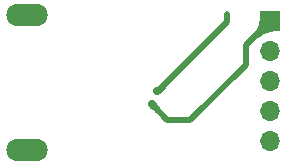
<source format=gbl>
%TF.GenerationSoftware,KiCad,Pcbnew,(5.1.9)-1*%
%TF.CreationDate,2021-02-20T19:07:58+08:00*%
%TF.ProjectId,test,74657374-2e6b-4696-9361-645f70636258,rev?*%
%TF.SameCoordinates,Original*%
%TF.FileFunction,Copper,L2,Bot*%
%TF.FilePolarity,Positive*%
%FSLAX46Y46*%
G04 Gerber Fmt 4.6, Leading zero omitted, Abs format (unit mm)*
G04 Created by KiCad (PCBNEW (5.1.9)-1) date 2021-02-20 19:07:58*
%MOMM*%
%LPD*%
G01*
G04 APERTURE LIST*
%TA.AperFunction,ComponentPad*%
%ADD10O,3.500000X1.900000*%
%TD*%
%TA.AperFunction,ComponentPad*%
%ADD11O,1.700000X1.700000*%
%TD*%
%TA.AperFunction,ComponentPad*%
%ADD12R,1.700000X1.700000*%
%TD*%
%TA.AperFunction,ViaPad*%
%ADD13C,0.700000*%
%TD*%
%TA.AperFunction,Conductor*%
%ADD14C,0.500000*%
%TD*%
%TA.AperFunction,Conductor*%
%ADD15C,0.025400*%
%TD*%
%TA.AperFunction,Conductor*%
%ADD16C,0.100000*%
%TD*%
G04 APERTURE END LIST*
D10*
%TO.P,J1,5*%
%TO.N,GND*%
X103100000Y-86300000D03*
X103100000Y-97700000D03*
%TD*%
D11*
%TO.P,J2,5*%
%TO.N,+5V*%
X123600000Y-96960000D03*
%TO.P,J2,4*%
%TO.N,/TXD*%
X123600000Y-94420000D03*
%TO.P,J2,3*%
%TO.N,/RXD*%
X123600000Y-91880000D03*
%TO.P,J2,2*%
%TO.N,GND*%
X123600000Y-89340000D03*
D12*
%TO.P,J2,1*%
%TO.N,Net-(J2-Pad1)*%
X123600000Y-86800000D03*
%TD*%
D13*
%TO.N,+5V*%
X114050000Y-92700000D03*
%TO.N,Net-(J2-Pad1)*%
X113625000Y-93800000D03*
%TD*%
D14*
%TO.N,+5V*%
X119950000Y-86900000D02*
X119950000Y-86200000D01*
X114150000Y-92700000D02*
X119950000Y-86900000D01*
X114050000Y-92700000D02*
X114150000Y-92700000D01*
%TO.N,Net-(J2-Pad1)*%
X121575000Y-88825000D02*
X122500000Y-87900000D01*
X122500000Y-87900000D02*
X123600000Y-86800000D01*
X121575000Y-90475000D02*
X121575000Y-88825000D01*
X116900000Y-95150000D02*
X121575000Y-90475000D01*
X114875000Y-95150000D02*
X116900000Y-95150000D01*
X113625000Y-93800000D02*
X114875000Y-95150000D01*
%TD*%
D15*
%TO.N,+5V*%
X114754206Y-92431214D02*
X114701684Y-92482734D01*
X114646237Y-92535294D01*
X114596210Y-92581668D01*
X114550964Y-92623455D01*
X114550863Y-92623549D01*
X114509765Y-92662342D01*
X114509526Y-92662575D01*
X114471895Y-92700012D01*
X114471524Y-92700397D01*
X114436679Y-92738114D01*
X114436215Y-92738644D01*
X114403477Y-92778279D01*
X114402987Y-92778913D01*
X114371675Y-92822103D01*
X114371220Y-92822774D01*
X114345230Y-92863915D01*
X113919502Y-92786706D01*
X114013315Y-92364207D01*
X114050923Y-92357434D01*
X114052114Y-92357160D01*
X114094208Y-92345309D01*
X114095472Y-92344880D01*
X114134812Y-92329185D01*
X114136017Y-92328630D01*
X114173678Y-92308827D01*
X114174706Y-92308223D01*
X114211764Y-92284048D01*
X114212558Y-92283485D01*
X114250088Y-92254676D01*
X114250650Y-92254219D01*
X114289727Y-92220511D01*
X114290092Y-92220184D01*
X114331791Y-92181314D01*
X114332000Y-92181114D01*
X114377397Y-92136820D01*
X114377491Y-92136727D01*
X114418682Y-92095690D01*
X114754206Y-92431214D01*
%TA.AperFunction,Conductor*%
D16*
G36*
X114754206Y-92431214D02*
G01*
X114701684Y-92482734D01*
X114646237Y-92535294D01*
X114596210Y-92581668D01*
X114550964Y-92623455D01*
X114550863Y-92623549D01*
X114509765Y-92662342D01*
X114509526Y-92662575D01*
X114471895Y-92700012D01*
X114471524Y-92700397D01*
X114436679Y-92738114D01*
X114436215Y-92738644D01*
X114403477Y-92778279D01*
X114402987Y-92778913D01*
X114371675Y-92822103D01*
X114371220Y-92822774D01*
X114345230Y-92863915D01*
X113919502Y-92786706D01*
X114013315Y-92364207D01*
X114050923Y-92357434D01*
X114052114Y-92357160D01*
X114094208Y-92345309D01*
X114095472Y-92344880D01*
X114134812Y-92329185D01*
X114136017Y-92328630D01*
X114173678Y-92308827D01*
X114174706Y-92308223D01*
X114211764Y-92284048D01*
X114212558Y-92283485D01*
X114250088Y-92254676D01*
X114250650Y-92254219D01*
X114289727Y-92220511D01*
X114290092Y-92220184D01*
X114331791Y-92181314D01*
X114332000Y-92181114D01*
X114377397Y-92136820D01*
X114377491Y-92136727D01*
X114418682Y-92095690D01*
X114754206Y-92431214D01*
G37*
%TD.AperFunction*%
%TD*%
D15*
%TO.N,Net-(J2-Pad1)*%
X123866430Y-87593545D02*
X123712113Y-87642014D01*
X123566796Y-87679184D01*
X123434875Y-87708206D01*
X123312630Y-87734816D01*
X123312163Y-87734926D01*
X123195934Y-87764864D01*
X123194988Y-87765148D01*
X123080977Y-87804183D01*
X123079724Y-87804688D01*
X122964104Y-87858599D01*
X122962811Y-87859296D01*
X122841756Y-87933858D01*
X122840637Y-87934633D01*
X122710320Y-88035624D01*
X122709456Y-88036357D01*
X122575020Y-88161223D01*
X122238777Y-87824980D01*
X122363642Y-87690543D01*
X122364375Y-87689679D01*
X122465366Y-87559362D01*
X122466141Y-87558243D01*
X122540703Y-87437188D01*
X122541400Y-87435895D01*
X122595311Y-87320275D01*
X122595816Y-87319022D01*
X122634851Y-87205011D01*
X122635135Y-87204065D01*
X122665073Y-87087836D01*
X122665183Y-87087369D01*
X122691793Y-86965124D01*
X122720815Y-86833203D01*
X122757985Y-86687886D01*
X122806455Y-86533570D01*
X123887564Y-86512436D01*
X123866430Y-87593545D01*
%TA.AperFunction,Conductor*%
D16*
G36*
X123866430Y-87593545D02*
G01*
X123712113Y-87642014D01*
X123566796Y-87679184D01*
X123434875Y-87708206D01*
X123312630Y-87734816D01*
X123312163Y-87734926D01*
X123195934Y-87764864D01*
X123194988Y-87765148D01*
X123080977Y-87804183D01*
X123079724Y-87804688D01*
X122964104Y-87858599D01*
X122962811Y-87859296D01*
X122841756Y-87933858D01*
X122840637Y-87934633D01*
X122710320Y-88035624D01*
X122709456Y-88036357D01*
X122575020Y-88161223D01*
X122238777Y-87824980D01*
X122363642Y-87690543D01*
X122364375Y-87689679D01*
X122465366Y-87559362D01*
X122466141Y-87558243D01*
X122540703Y-87437188D01*
X122541400Y-87435895D01*
X122595311Y-87320275D01*
X122595816Y-87319022D01*
X122634851Y-87205011D01*
X122635135Y-87204065D01*
X122665073Y-87087836D01*
X122665183Y-87087369D01*
X122691793Y-86965124D01*
X122720815Y-86833203D01*
X122757985Y-86687886D01*
X122806455Y-86533570D01*
X123887564Y-86512436D01*
X123866430Y-87593545D01*
G37*
%TD.AperFunction*%
%TD*%
D15*
%TO.N,Net-(J2-Pad1)*%
X113950537Y-93710116D02*
X113964163Y-93749860D01*
X113964513Y-93750765D01*
X113983184Y-93794117D01*
X113983632Y-93795051D01*
X114005007Y-93835286D01*
X114005512Y-93836152D01*
X114030017Y-93874612D01*
X114030509Y-93875328D01*
X114058567Y-93913356D01*
X114058979Y-93913885D01*
X114091014Y-93952822D01*
X114091309Y-93953168D01*
X114127747Y-93994358D01*
X114127919Y-93994549D01*
X114169183Y-94039332D01*
X114169249Y-94039403D01*
X114215748Y-94089103D01*
X114259252Y-94135780D01*
X113911071Y-94458170D01*
X113867874Y-94411210D01*
X113821890Y-94361031D01*
X113821825Y-94360960D01*
X113780344Y-94316378D01*
X113780167Y-94316191D01*
X113741898Y-94276697D01*
X113741575Y-94276377D01*
X113705214Y-94241445D01*
X113704719Y-94240993D01*
X113668958Y-94210097D01*
X113668282Y-94209552D01*
X113631818Y-94182166D01*
X113630993Y-94181596D01*
X113592519Y-94157193D01*
X113591622Y-94156674D01*
X113549832Y-94134728D01*
X113548956Y-94134310D01*
X113510376Y-94117672D01*
X113518552Y-93685036D01*
X113950537Y-93710116D01*
%TA.AperFunction,Conductor*%
D16*
G36*
X113950537Y-93710116D02*
G01*
X113964163Y-93749860D01*
X113964513Y-93750765D01*
X113983184Y-93794117D01*
X113983632Y-93795051D01*
X114005007Y-93835286D01*
X114005512Y-93836152D01*
X114030017Y-93874612D01*
X114030509Y-93875328D01*
X114058567Y-93913356D01*
X114058979Y-93913885D01*
X114091014Y-93952822D01*
X114091309Y-93953168D01*
X114127747Y-93994358D01*
X114127919Y-93994549D01*
X114169183Y-94039332D01*
X114169249Y-94039403D01*
X114215748Y-94089103D01*
X114259252Y-94135780D01*
X113911071Y-94458170D01*
X113867874Y-94411210D01*
X113821890Y-94361031D01*
X113821825Y-94360960D01*
X113780344Y-94316378D01*
X113780167Y-94316191D01*
X113741898Y-94276697D01*
X113741575Y-94276377D01*
X113705214Y-94241445D01*
X113704719Y-94240993D01*
X113668958Y-94210097D01*
X113668282Y-94209552D01*
X113631818Y-94182166D01*
X113630993Y-94181596D01*
X113592519Y-94157193D01*
X113591622Y-94156674D01*
X113549832Y-94134728D01*
X113548956Y-94134310D01*
X113510376Y-94117672D01*
X113518552Y-93685036D01*
X113950537Y-93710116D01*
G37*
%TD.AperFunction*%
%TD*%
M02*

</source>
